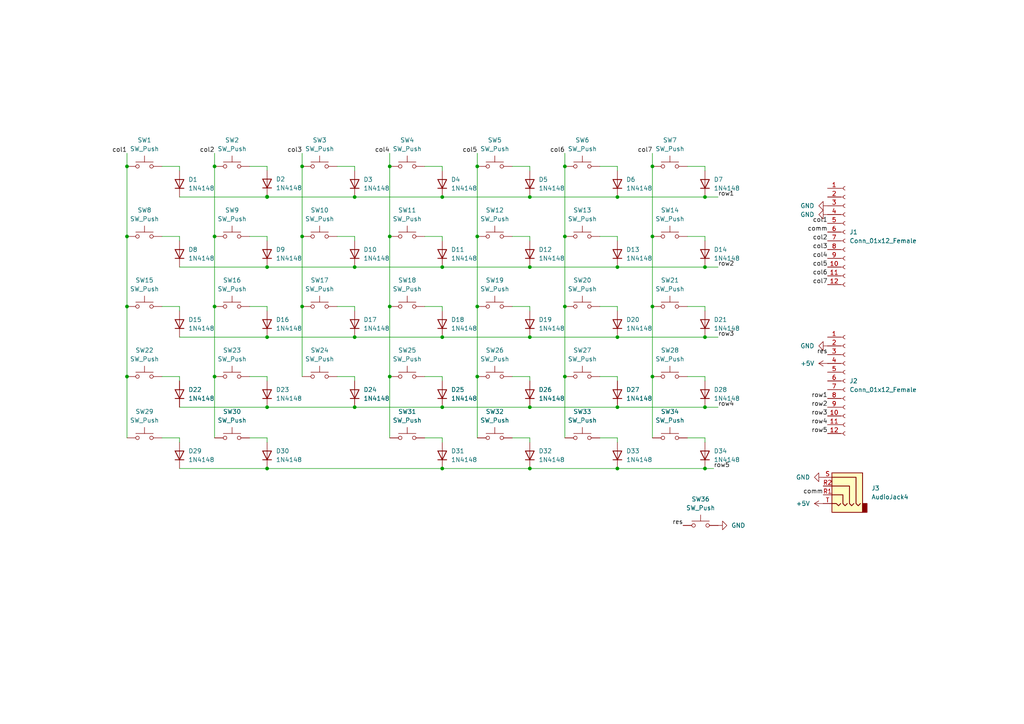
<source format=kicad_sch>
(kicad_sch (version 20211123) (generator eeschema)
  (paper "A4")
  (lib_symbols
    (symbol "Connector:AudioJack4"
      (property "Reference" "J" (at 0 8.89 0))
      (property "Value" "AudioJack4" (at 0 6.35 0))
      (symbol "AudioJack4_0_1"
        (rectangle (start -6.35 -5.08) (end -7.62 -7.62) (stroke (width 0.254)) (fill (type outline)))
        (polyline (pts (xy 0 -5.08) (xy 0.635 -5.715) (xy 1.27 -5.08) (xy 2.54 -5.08)) (stroke (width 0.254)))
        (polyline (pts (xy -5.715 -5.08) (xy -5.08 -5.715) (xy -4.445 -5.08) (xy -4.445 2.54) (xy 2.54 2.54)) (stroke (width 0.254)))
        (polyline (pts (xy -1.905 -5.08) (xy -1.27 -5.715) (xy -0.635 -5.08) (xy -0.635 -2.54) (xy 2.54 -2.54)) (stroke (width 0.254)))
        (polyline (pts (xy 2.54 0) (xy -2.54 0) (xy -2.54 -5.08) (xy -3.175 -5.715) (xy -3.81 -5.08)) (stroke (width 0.254)))
        (rectangle (start 2.54 3.81) (end -6.35 -7.62) (stroke (width 0.254)) (fill (type background)))
      )
      (symbol "AudioJack4_1_1"
        (pin passive line (at 5.08 -2.54 180) (length 2.54) (name "~") (number "R1"))
        (pin passive line (at 5.08 0 180) (length 2.54) (name "~") (number "R2"))
        (pin passive line (at 5.08 2.54 180) (length 2.54) (name "~") (number "S"))
        (pin passive line (at 5.08 -5.08 180) (length 2.54) (name "~") (number "T"))
      )
    )
    (symbol "Connector:Conn_01x12_Female" (pin_names (offset 1.016) hide)
      (property "Reference" "J" (at 0 15.24 0))
      (property "Value" "Conn_01x12_Female" (at 0 -17.78 0))
      (symbol "Conn_01x12_Female_1_1"
        (arc (start 0 -14.732) (mid -0.508 -15.24) (end 0 -15.748) (stroke (width 0.1524)))
        (arc (start 0 -12.192) (mid -0.508 -12.7) (end 0 -13.208) (stroke (width 0.1524)))
        (arc (start 0 -9.652) (mid -0.508 -10.16) (end 0 -10.668) (stroke (width 0.1524)))
        (arc (start 0 -7.112) (mid -0.508 -7.62) (end 0 -8.128) (stroke (width 0.1524)))
        (arc (start 0 -4.572) (mid -0.508 -5.08) (end 0 -5.588) (stroke (width 0.1524)))
        (arc (start 0 -2.032) (mid -0.508 -2.54) (end 0 -3.048) (stroke (width 0.1524)))
        (polyline (pts (xy -1.27 -15.24) (xy -0.508 -15.24)) (stroke (width 0.1524)))
        (polyline (pts (xy -1.27 -12.7) (xy -0.508 -12.7)) (stroke (width 0.1524)))
        (polyline (pts (xy -1.27 -10.16) (xy -0.508 -10.16)) (stroke (width 0.1524)))
        (polyline (pts (xy -1.27 -7.62) (xy -0.508 -7.62)) (stroke (width 0.1524)))
        (polyline (pts (xy -1.27 -5.08) (xy -0.508 -5.08)) (stroke (width 0.1524)))
        (polyline (pts (xy -1.27 -2.54) (xy -0.508 -2.54)) (stroke (width 0.1524)))
        (polyline (pts (xy -1.27 0) (xy -0.508 0)) (stroke (width 0.1524)))
        (polyline (pts (xy -1.27 2.54) (xy -0.508 2.54)) (stroke (width 0.1524)))
        (polyline (pts (xy -1.27 5.08) (xy -0.508 5.08)) (stroke (width 0.1524)))
        (polyline (pts (xy -1.27 7.62) (xy -0.508 7.62)) (stroke (width 0.1524)))
        (polyline (pts (xy -1.27 10.16) (xy -0.508 10.16)) (stroke (width 0.1524)))
        (polyline (pts (xy -1.27 12.7) (xy -0.508 12.7)) (stroke (width 0.1524)))
        (arc (start 0 0.508) (mid -0.508 0) (end 0 -0.508) (stroke (width 0.1524)))
        (arc (start 0 3.048) (mid -0.508 2.54) (end 0 2.032) (stroke (width 0.1524)))
        (arc (start 0 5.588) (mid -0.508 5.08) (end 0 4.572) (stroke (width 0.1524)))
        (arc (start 0 8.128) (mid -0.508 7.62) (end 0 7.112) (stroke (width 0.1524)))
        (arc (start 0 10.668) (mid -0.508 10.16) (end 0 9.652) (stroke (width 0.1524)))
        (arc (start 0 13.208) (mid -0.508 12.7) (end 0 12.192) (stroke (width 0.1524)))
        (pin passive line (at -5.08 12.7 0) (length 3.81) (name "Pin_1") (number "1"))
        (pin passive line (at -5.08 -10.16 0) (length 3.81) (name "Pin_10") (number "10"))
        (pin passive line (at -5.08 -12.7 0) (length 3.81) (name "Pin_11") (number "11"))
        (pin passive line (at -5.08 -15.24 0) (length 3.81) (name "Pin_12") (number "12"))
        (pin passive line (at -5.08 10.16 0) (length 3.81) (name "Pin_2") (number "2"))
        (pin passive line (at -5.08 7.62 0) (length 3.81) (name "Pin_3") (number "3"))
        (pin passive line (at -5.08 5.08 0) (length 3.81) (name "Pin_4") (number "4"))
        (pin passive line (at -5.08 2.54 0) (length 3.81) (name "Pin_5") (number "5"))
        (pin passive line (at -5.08 0 0) (length 3.81) (name "Pin_6") (number "6"))
        (pin passive line (at -5.08 -2.54 0) (length 3.81) (name "Pin_7") (number "7"))
        (pin passive line (at -5.08 -5.08 0) (length 3.81) (name "Pin_8") (number "8"))
        (pin passive line (at -5.08 -7.62 0) (length 3.81) (name "Pin_9") (number "9"))
      )
    )
    (symbol "Diode:1N4148" (pin_numbers hide) (pin_names (offset 1.016) hide)
      (property "Reference" "D" (at 0 2.54 0))
      (property "Value" "1N4148" (at 0 -2.54 0))
      (symbol "1N4148_0_1"
        (polyline (pts (xy -1.27 1.27) (xy -1.27 -1.27)) (stroke (width 0.254)))
        (polyline (pts (xy 1.27 0) (xy -1.27 0)))
        (polyline (pts (xy 1.27 1.27) (xy 1.27 -1.27) (xy -1.27 0) (xy 1.27 1.27)) (stroke (width 0.254)))
      )
      (symbol "1N4148_1_1"
        (pin passive line (at -3.81 0 0) (length 2.54) (name "K") (number "1"))
        (pin passive line (at 3.81 0 180) (length 2.54) (name "A") (number "2"))
      )
    )
    (symbol "Switch:SW_Push" (pin_numbers hide) (pin_names (offset 1.016) hide)
      (property "Reference" "SW" (at 1.27 2.54 0))
      (property "Value" "SW_Push" (at 0 -1.524 0))
      (symbol "SW_Push_0_1"
        (circle (center -2.032 0) (radius 0.508))
        (polyline (pts (xy 0 1.27) (xy 0 3.048)))
        (polyline (pts (xy 2.54 1.27) (xy -2.54 1.27)))
        (circle (center 2.032 0) (radius 0.508))
        (pin passive line (at -5.08 0 0) (length 2.54) (name "1") (number "1"))
        (pin passive line (at 5.08 0 180) (length 2.54) (name "2") (number "2"))
      )
    )
    (symbol "power:+5V" (power) (pin_names (offset 0))
      (property "Value" "+5V" (at 0 3.556 0))
      (symbol "+5V_0_1"
        (polyline (pts (xy -0.762 1.27) (xy 0 2.54)))
        (polyline (pts (xy 0 0) (xy 0 2.54)))
        (polyline (pts (xy 0 2.54) (xy 0.762 1.27)))
      )
      (symbol "+5V_1_1"
        (pin power_in line (at 0 0 90) (length 0) hide (name "+5V") (number "1"))
      )
    )
    (symbol "power:GND" (power) (pin_names (offset 0))
      (property "Value" "GND" (at 0 -3.81 0))
      (symbol "GND_0_1"
        (polyline (pts (xy 0 0) (xy 0 -1.27) (xy 1.27 -1.27) (xy 0 -2.54) (xy -1.27 -1.27) (xy 0 -1.27)))
      )
      (symbol "GND_1_1"
        (pin power_in line (at 0 0 270) (length 0) hide (name "GND") (number "1"))
      )
    )
  )
  (junction (at 113.03 48.26))
  (junction (at 179.07 97.79))
  (junction (at 62.23 48.26))
  (junction (at 62.23 88.9))
  (junction (at 102.87 57.15))
  (junction (at 179.07 135.89))
  (junction (at 204.47 135.89))
  (junction (at 36.83 48.26))
  (junction (at 128.27 97.79))
  (junction (at 77.47 77.47))
  (junction (at 77.47 97.79))
  (junction (at 128.27 77.47))
  (junction (at 128.27 118.11))
  (junction (at 36.83 109.22))
  (junction (at 87.63 48.26))
  (junction (at 102.87 77.47))
  (junction (at 179.07 57.15))
  (junction (at 102.87 118.11))
  (junction (at 204.47 118.11))
  (junction (at 153.67 97.79))
  (junction (at 153.67 118.11))
  (junction (at 189.23 68.58))
  (junction (at 128.27 135.89))
  (junction (at 77.47 57.0388))
  (junction (at 153.67 57.15))
  (junction (at 163.83 88.9))
  (junction (at 179.07 118.11))
  (junction (at 77.47 135.89))
  (junction (at 204.47 57.15))
  (junction (at 62.23 109.22))
  (junction (at 128.27 57.15))
  (junction (at 153.67 135.89))
  (junction (at 36.83 88.9))
  (junction (at 163.83 68.58))
  (junction (at 163.83 48.26))
  (junction (at 179.07 77.47))
  (junction (at 204.47 97.79))
  (junction (at 153.67 77.47))
  (junction (at 163.83 109.22))
  (junction (at 138.43 68.58))
  (junction (at 77.47 118.11))
  (junction (at 87.63 88.9))
  (junction (at 62.23 68.58))
  (junction (at 138.43 88.9))
  (junction (at 204.47 77.47))
  (junction (at 113.03 68.58))
  (junction (at 102.87 97.79))
  (junction (at 189.23 109.22))
  (junction (at 77.47 57.15))
  (junction (at 113.03 109.22))
  (junction (at 138.43 48.26))
  (junction (at 138.43 109.22))
  (junction (at 87.63 68.58))
  (junction (at 189.23 88.9))
  (junction (at 113.03 88.9))
  (junction (at 189.23 48.26))
  (junction (at 36.83 68.58))
  (wire (pts (xy 179.07 109.22) (xy 179.07 110.49)))
  (wire (pts (xy 52.07 57.15) (xy 77.47 57.15)))
  (wire (pts (xy 179.07 118.11) (xy 204.47 118.11)))
  (wire (pts (xy 77.47 57.0388) (xy 77.47 57.15)))
  (wire (pts (xy 179.07 127) (xy 179.07 128.27)))
  (wire (pts (xy 179.07 68.58) (xy 179.07 69.85)))
  (wire (pts (xy 153.67 109.22) (xy 153.67 110.49)))
  (wire (pts (xy 97.79 68.58) (xy 102.87 68.58)))
  (wire (pts (xy 179.07 77.47) (xy 204.47 77.47)))
  (wire (pts (xy 204.47 57.15) (xy 208.28 57.15)))
  (wire (pts (xy 87.63 88.9) (xy 87.63 109.22)))
  (wire (pts (xy 113.03 109.22) (xy 113.03 127)))
  (wire (pts (xy 77.47 48.26) (xy 77.47 49.4188)))
  (wire (pts (xy 204.47 109.22) (xy 204.47 110.49)))
  (wire (pts (xy 102.87 109.22) (xy 102.87 110.49)))
  (wire (pts (xy 52.07 135.89) (xy 77.47 135.89)))
  (wire (pts (xy 87.63 48.26) (xy 87.63 68.58)))
  (wire (pts (xy 52.07 48.26) (xy 52.07 49.53)))
  (wire (pts (xy 199.39 88.9) (xy 204.47 88.9)))
  (wire (pts (xy 163.83 88.9) (xy 163.83 109.22)))
  (wire (pts (xy 123.19 48.26) (xy 128.27 48.26)))
  (wire (pts (xy 72.39 88.9) (xy 77.47 88.9)))
  (wire (pts (xy 128.27 135.89) (xy 153.67 135.89)))
  (wire (pts (xy 62.23 109.22) (xy 62.23 127)))
  (wire (pts (xy 102.87 48.26) (xy 102.87 49.53)))
  (wire (pts (xy 36.83 88.9) (xy 36.83 109.22)))
  (wire (pts (xy 138.43 68.58) (xy 138.43 88.9)))
  (wire (pts (xy 148.59 88.9) (xy 153.67 88.9)))
  (wire (pts (xy 189.23 88.9) (xy 189.23 109.22)))
  (wire (pts (xy 123.19 127) (xy 128.27 127)))
  (wire (pts (xy 52.07 127) (xy 52.07 128.27)))
  (wire (pts (xy 153.67 127) (xy 153.67 128.27)))
  (wire (pts (xy 204.47 48.26) (xy 204.47 49.53)))
  (wire (pts (xy 36.83 109.22) (xy 36.83 127)))
  (wire (pts (xy 102.87 77.47) (xy 128.27 77.47)))
  (wire (pts (xy 123.19 88.9) (xy 128.27 88.9)))
  (wire (pts (xy 87.63 44.45) (xy 87.63 48.26)))
  (wire (pts (xy 189.23 68.58) (xy 189.23 88.9)))
  (wire (pts (xy 148.59 109.22) (xy 153.67 109.22)))
  (wire (pts (xy 102.87 97.79) (xy 128.27 97.79)))
  (wire (pts (xy 148.59 127) (xy 153.67 127)))
  (wire (pts (xy 52.07 118.11) (xy 77.47 118.11)))
  (wire (pts (xy 113.03 88.9) (xy 113.03 109.22)))
  (wire (pts (xy 153.67 135.89) (xy 179.07 135.89)))
  (wire (pts (xy 204.47 135.89) (xy 207.01 135.89)))
  (wire (pts (xy 72.39 68.58) (xy 77.47 68.58)))
  (wire (pts (xy 62.23 88.9) (xy 62.23 109.22)))
  (wire (pts (xy 179.07 48.26) (xy 179.07 49.53)))
  (wire (pts (xy 52.07 97.79) (xy 77.47 97.79)))
  (wire (pts (xy 138.43 44.45) (xy 138.43 48.26)))
  (wire (pts (xy 148.59 48.26) (xy 153.67 48.26)))
  (wire (pts (xy 153.67 68.58) (xy 153.67 69.85)))
  (wire (pts (xy 204.47 88.9) (xy 204.47 90.17)))
  (wire (pts (xy 153.67 88.9) (xy 153.67 90.17)))
  (wire (pts (xy 153.67 77.47) (xy 179.07 77.47)))
  (wire (pts (xy 179.07 135.89) (xy 204.47 135.89)))
  (wire (pts (xy 113.03 48.26) (xy 113.03 68.58)))
  (wire (pts (xy 138.43 48.26) (xy 138.43 68.58)))
  (wire (pts (xy 153.67 48.26) (xy 153.67 49.53)))
  (wire (pts (xy 87.63 68.58) (xy 87.63 88.9)))
  (wire (pts (xy 52.07 109.22) (xy 52.07 110.49)))
  (wire (pts (xy 179.07 57.15) (xy 204.47 57.15)))
  (wire (pts (xy 52.07 88.9) (xy 52.07 90.17)))
  (wire (pts (xy 77.47 127) (xy 77.47 128.27)))
  (wire (pts (xy 62.23 44.45) (xy 62.23 48.26)))
  (wire (pts (xy 62.23 48.26) (xy 62.23 68.58)))
  (wire (pts (xy 102.87 118.11) (xy 128.27 118.11)))
  (wire (pts (xy 199.39 127) (xy 204.47 127)))
  (wire (pts (xy 52.07 77.47) (xy 77.47 77.47)))
  (wire (pts (xy 153.67 57.15) (xy 179.07 57.15)))
  (wire (pts (xy 128.27 97.79) (xy 153.67 97.79)))
  (wire (pts (xy 46.99 109.22) (xy 52.07 109.22)))
  (wire (pts (xy 128.27 68.58) (xy 128.27 69.85)))
  (wire (pts (xy 204.47 68.58) (xy 204.47 69.85)))
  (wire (pts (xy 72.39 127) (xy 77.47 127)))
  (wire (pts (xy 173.99 127) (xy 179.07 127)))
  (wire (pts (xy 77.47 88.9) (xy 77.47 90.17)))
  (wire (pts (xy 204.47 127) (xy 204.47 128.27)))
  (wire (pts (xy 153.67 118.11) (xy 179.07 118.11)))
  (wire (pts (xy 199.39 48.26) (xy 204.47 48.26)))
  (wire (pts (xy 204.47 97.79) (xy 208.28 97.79)))
  (wire (pts (xy 163.83 68.58) (xy 163.83 88.9)))
  (wire (pts (xy 173.99 48.26) (xy 179.07 48.26)))
  (wire (pts (xy 199.39 109.22) (xy 204.47 109.22)))
  (wire (pts (xy 123.19 109.22) (xy 128.27 109.22)))
  (wire (pts (xy 163.83 44.45) (xy 163.83 48.26)))
  (wire (pts (xy 77.47 77.47) (xy 102.87 77.47)))
  (wire (pts (xy 77.47 135.89) (xy 128.27 135.89)))
  (wire (pts (xy 179.07 88.9) (xy 179.07 90.17)))
  (wire (pts (xy 173.99 109.22) (xy 179.07 109.22)))
  (wire (pts (xy 72.39 109.22) (xy 77.47 109.22)))
  (wire (pts (xy 36.83 48.26) (xy 36.83 68.58)))
  (wire (pts (xy 46.99 127) (xy 52.07 127)))
  (wire (pts (xy 77.47 57.15) (xy 102.87 57.15)))
  (wire (pts (xy 77.47 109.22) (xy 77.47 110.49)))
  (wire (pts (xy 163.83 109.22) (xy 163.83 127)))
  (wire (pts (xy 72.39 48.26) (xy 77.47 48.26)))
  (wire (pts (xy 138.43 109.22) (xy 138.43 127)))
  (wire (pts (xy 77.47 118.11) (xy 102.87 118.11)))
  (wire (pts (xy 128.27 118.11) (xy 153.67 118.11)))
  (wire (pts (xy 153.67 97.79) (xy 179.07 97.79)))
  (wire (pts (xy 148.59 68.58) (xy 153.67 68.58)))
  (wire (pts (xy 46.99 88.9) (xy 52.07 88.9)))
  (wire (pts (xy 199.39 68.58) (xy 204.47 68.58)))
  (wire (pts (xy 102.87 57.15) (xy 128.27 57.15)))
  (wire (pts (xy 102.87 68.58) (xy 102.87 69.85)))
  (wire (pts (xy 77.47 68.58) (xy 77.47 69.85)))
  (wire (pts (xy 123.19 68.58) (xy 128.27 68.58)))
  (wire (pts (xy 128.27 109.22) (xy 128.27 110.49)))
  (wire (pts (xy 128.27 127) (xy 128.27 128.27)))
  (wire (pts (xy 128.27 57.15) (xy 153.67 57.15)))
  (wire (pts (xy 204.47 77.47) (xy 208.28 77.47)))
  (wire (pts (xy 189.23 44.45) (xy 189.23 48.26)))
  (wire (pts (xy 179.07 97.79) (xy 204.47 97.79)))
  (wire (pts (xy 97.79 48.26) (xy 102.87 48.26)))
  (wire (pts (xy 36.83 68.58) (xy 36.83 88.9)))
  (wire (pts (xy 52.07 68.58) (xy 52.07 69.85)))
  (wire (pts (xy 46.99 48.26) (xy 52.07 48.26)))
  (wire (pts (xy 204.47 118.11) (xy 208.28 118.11)))
  (wire (pts (xy 138.43 88.9) (xy 138.43 109.22)))
  (wire (pts (xy 46.99 68.58) (xy 52.07 68.58)))
  (wire (pts (xy 113.03 44.45) (xy 113.03 48.26)))
  (wire (pts (xy 128.27 88.9) (xy 128.27 90.17)))
  (wire (pts (xy 173.99 68.58) (xy 179.07 68.58)))
  (wire (pts (xy 128.27 48.26) (xy 128.27 49.53)))
  (wire (pts (xy 97.79 109.22) (xy 102.87 109.22)))
  (wire (pts (xy 113.03 68.58) (xy 113.03 88.9)))
  (wire (pts (xy 163.83 48.26) (xy 163.83 68.58)))
  (wire (pts (xy 189.23 109.22) (xy 189.23 127)))
  (wire (pts (xy 173.99 88.9) (xy 179.07 88.9)))
  (wire (pts (xy 128.27 77.47) (xy 153.67 77.47)))
  (wire (pts (xy 102.87 88.9) (xy 102.87 90.17)))
  (wire (pts (xy 189.23 48.26) (xy 189.23 68.58)))
  (wire (pts (xy 97.79 88.9) (xy 102.87 88.9)))
  (wire (pts (xy 36.83 44.45) (xy 36.83 48.26)))
  (wire (pts (xy 62.23 68.58) (xy 62.23 88.9)))
  (wire (pts (xy 77.47 97.79) (xy 102.87 97.79)))
  (label "row3" (at 240.03 120.65 180))
  (label "row1" (at 240.03 115.57 180))
  (label "row5" (at 240.03 125.73 180))
  (label "col5" (at 138.43 44.45 180))
  (label "res" (at 198.12 152.4 180))
  (label "col7" (at 189.23 44.45 180))
  (label "col1" (at 36.83 44.45 180))
  (label "col6" (at 240.03 80.01 180))
  (label "col6" (at 163.83 44.45 180))
  (label "comm" (at 238.76 143.51 180))
  (label "row2" (at 240.03 118.11 180))
  (label "col3" (at 87.63 44.45 180))
  (label "col2" (at 62.23 44.45 180))
  (label "col7" (at 240.03 82.55 180))
  (label "col4" (at 240.03 74.93 180))
  (label "col5" (at 240.03 77.47 180))
  (label "col3" (at 240.03 72.39 180))
  (label "row1" (at 208.28 57.15 0))
  (label "row5" (at 207.01 135.89 0))
  (label "row3" (at 208.28 97.79 0))
  (label "row4" (at 208.28 118.11 0))
  (label "row2" (at 208.28 77.47 0))
  (label "res" (at 240.03 102.87 180))
  (label "col4" (at 113.03 44.45 180))
  (label "col2" (at 240.03 69.85 180))
  (label "col1" (at 240.03 64.77 180))
  (label "row4" (at 240.03 123.19 180))
  (label "comm" (at 240.03 67.31 180))
  (symbol (lib_id "Diode:1N4148") (at 102.87 93.98 90) (unit 1)
    (property "Reference" "D17" (at 105.41 92.7099 90) (effects (justify right)))
    (property "Value" "1N4148" (at 105.41 95.2499 90) (effects (justify right)))
    (property "Footprint" "Diode_SMD:D_SOD-123" (effects hide))
    (property "Datasheet" "https://assets.nexperia.com/documents/data-sheet/1N4148_1N4448.pdf" (effects hide))
  )
  (symbol (lib_id "Switch:SW_Push") (at 92.71 48.26 0) (unit 1)
    (property "Reference" "SW3" (at 92.71 40.64 0))
    (property "Value" "SW_Push" (at 92.71 43.18 0))
    (property "Footprint" "Button_Switch_Keyboard:SW_Cherry_MX_1.00u_Plate" (effects hide))
  )
  (symbol (lib_id "Diode:1N4148") (at 52.07 114.3 90) (unit 1)
    (property "Reference" "D22" (at 54.61 113.0299 90) (effects (justify right)))
    (property "Value" "1N4148" (at 54.61 115.5699 90) (effects (justify right)))
    (property "Footprint" "Diode_SMD:D_SOD-123" (effects hide))
    (property "Datasheet" "https://assets.nexperia.com/documents/data-sheet/1N4148_1N4448.pdf" (effects hide))
  )
  (symbol (lib_id "Switch:SW_Push") (at 92.71 68.58 0) (unit 1)
    (property "Reference" "SW10" (at 92.71 60.96 0))
    (property "Value" "SW_Push" (at 92.71 63.5 0))
    (property "Footprint" "Button_Switch_Keyboard:SW_Cherry_MX_1.00u_Plate" (effects hide))
  )
  (symbol (lib_id "Diode:1N4148") (at 77.47 132.08 90) (unit 1)
    (property "Reference" "D30" (at 80.01 130.8099 90) (effects (justify right)))
    (property "Value" "1N4148" (at 80.01 133.35 90) (effects (justify right)))
    (property "Footprint" "Diode_SMD:D_SOD-123" (effects hide))
    (property "Datasheet" "https://assets.nexperia.com/documents/data-sheet/1N4148_1N4448.pdf" (effects hide))
  )
  (symbol (lib_id "Diode:1N4148") (at 204.47 93.98 90) (unit 1)
    (property "Reference" "D21" (at 207.01 92.7099 90) (effects (justify right)))
    (property "Value" "1N4148" (at 207.01 95.2499 90) (effects (justify right)))
    (property "Footprint" "Diode_SMD:D_SOD-123" (effects hide))
    (property "Datasheet" "https://assets.nexperia.com/documents/data-sheet/1N4148_1N4448.pdf" (effects hide))
  )
  (symbol (lib_id "Connector:AudioJack4") (at 243.84 140.97 0) (mirror y) (unit 1)
    (property "Reference" "J3" (at 252.73 141.6049 0) (effects (justify right)))
    (property "Value" "AudioJack4" (at 252.73 144.1449 0) (effects (justify right)))
    (property "Footprint" "Connector_Audio:Jack_3.5mm_PJ320E_Horizontal" (effects hide))
  )
  (symbol (lib_id "power:+5V") (at 238.76 146.05 90) (unit 1)
    (property "Reference" "#PWR0102" (effects hide))
    (property "Value" "+5V" (at 234.95 146.0499 90) (effects (justify left)))
  )
  (symbol (lib_id "Switch:SW_Push") (at 143.51 48.26 0) (unit 1)
    (property "Reference" "SW5" (at 143.51 40.64 0))
    (property "Value" "SW_Push" (at 143.51 43.18 0))
    (property "Footprint" "Button_Switch_Keyboard:SW_Cherry_MX_1.00u_Plate" (effects hide))
  )
  (symbol (lib_id "Switch:SW_Push") (at 118.11 68.58 0) (unit 1)
    (property "Reference" "SW11" (at 118.11 60.96 0))
    (property "Value" "SW_Push" (at 118.11 63.5 0))
    (property "Footprint" "Button_Switch_Keyboard:SW_Cherry_MX_1.00u_Plate" (effects hide))
  )
  (symbol (lib_id "Diode:1N4148") (at 77.47 53.2288 90) (unit 1)
    (property "Reference" "D2" (at 80.01 51.9587 90) (effects (justify right)))
    (property "Value" "1N4148" (at 80.01 54.4987 90) (effects (justify right)))
    (property "Footprint" "Diode_SMD:D_SOD-123" (effects hide))
    (property "Datasheet" "https://assets.nexperia.com/documents/data-sheet/1N4148_1N4448.pdf" (effects hide))
  )
  (symbol (lib_id "Switch:SW_Push") (at 67.31 127 0) (unit 1)
    (property "Reference" "SW30" (at 67.31 119.38 0))
    (property "Value" "SW_Push" (at 67.31 121.92 0))
    (property "Footprint" "Button_Switch_Keyboard:SW_Cherry_MX_1.00u_Plate" (effects hide))
  )
  (symbol (lib_id "power:GND") (at 238.76 138.43 270) (unit 1)
    (property "Reference" "#PWR0103" (effects hide))
    (property "Value" "GND" (at 234.95 138.4299 90) (effects (justify right)))
  )
  (symbol (lib_id "Diode:1N4148") (at 52.07 93.98 90) (unit 1)
    (property "Reference" "D15" (at 54.61 92.7099 90) (effects (justify right)))
    (property "Value" "1N4148" (at 54.61 95.2499 90) (effects (justify right)))
    (property "Footprint" "Diode_SMD:D_SOD-123" (effects hide))
    (property "Datasheet" "https://assets.nexperia.com/documents/data-sheet/1N4148_1N4448.pdf" (effects hide))
  )
  (symbol (lib_id "Diode:1N4148") (at 77.47 73.66 90) (unit 1)
    (property "Reference" "D9" (at 80.01 72.3899 90) (effects (justify right)))
    (property "Value" "1N4148" (at 80.01 74.9299 90) (effects (justify right)))
    (property "Footprint" "Diode_SMD:D_SOD-123" (effects hide))
    (property "Datasheet" "https://assets.nexperia.com/documents/data-sheet/1N4148_1N4448.pdf" (effects hide))
  )
  (symbol (lib_id "Switch:SW_Push") (at 67.31 68.58 0) (unit 1)
    (property "Reference" "SW9" (at 67.31 60.96 0))
    (property "Value" "SW_Push" (at 67.31 63.5 0))
    (property "Footprint" "Button_Switch_Keyboard:SW_Cherry_MX_1.00u_Plate" (effects hide))
  )
  (symbol (lib_id "Switch:SW_Push") (at 118.11 48.26 0) (unit 1)
    (property "Reference" "SW4" (at 118.11 40.64 0))
    (property "Value" "SW_Push" (at 118.11 43.18 0))
    (property "Footprint" "Button_Switch_Keyboard:SW_Cherry_MX_1.00u_Plate" (effects hide))
  )
  (symbol (lib_id "Connector:Conn_01x12_Female") (at 245.11 67.31 0) (unit 1)
    (property "Reference" "J1" (at 246.38 67.3099 0) (effects (justify left)))
    (property "Value" "Conn_01x12_Female" (at 246.38 69.8499 0) (effects (justify left)))
    (property "Footprint" "Connector_PinHeader_2.54mm:PinHeader_1x12_P2.54mm_Vertical" (effects hide))
  )
  (symbol (lib_id "Switch:SW_Push") (at 41.91 88.9 0) (unit 1)
    (property "Reference" "SW15" (at 41.91 81.28 0))
    (property "Value" "SW_Push" (at 41.91 83.82 0))
    (property "Footprint" "Button_Switch_Keyboard:SW_Cherry_MX_1.00u_Plate" (effects hide))
  )
  (symbol (lib_id "Diode:1N4148") (at 153.67 132.08 90) (unit 1)
    (property "Reference" "D32" (at 156.21 130.8099 90) (effects (justify right)))
    (property "Value" "1N4148" (at 156.21 133.3499 90) (effects (justify right)))
    (property "Footprint" "Diode_SMD:D_SOD-123" (effects hide))
    (property "Datasheet" "https://assets.nexperia.com/documents/data-sheet/1N4148_1N4448.pdf" (effects hide))
  )
  (symbol (lib_id "Switch:SW_Push") (at 118.11 88.9 0) (unit 1)
    (property "Reference" "SW18" (at 118.11 81.28 0))
    (property "Value" "SW_Push" (at 118.11 83.82 0))
    (property "Footprint" "Button_Switch_Keyboard:SW_Cherry_MX_1.00u_Plate" (effects hide))
  )
  (symbol (lib_id "Diode:1N4148") (at 179.07 53.34 90) (unit 1)
    (property "Reference" "D6" (at 181.61 52.0699 90) (effects (justify right)))
    (property "Value" "1N4148" (at 181.61 54.6099 90) (effects (justify right)))
    (property "Footprint" "Diode_SMD:D_SOD-123" (effects hide))
    (property "Datasheet" "https://assets.nexperia.com/documents/data-sheet/1N4148_1N4448.pdf" (effects hide))
  )
  (symbol (lib_id "Diode:1N4148") (at 179.07 132.08 90) (unit 1)
    (property "Reference" "D33" (at 181.61 130.8099 90) (effects (justify right)))
    (property "Value" "1N4148" (at 181.61 133.3499 90) (effects (justify right)))
    (property "Footprint" "Diode_SMD:D_SOD-123" (effects hide))
    (property "Datasheet" "https://assets.nexperia.com/documents/data-sheet/1N4148_1N4448.pdf" (effects hide))
  )
  (symbol (lib_id "Diode:1N4148") (at 77.47 114.3 90) (unit 1)
    (property "Reference" "D23" (at 80.01 113.0299 90) (effects (justify right)))
    (property "Value" "1N4148" (at 80.01 115.5699 90) (effects (justify right)))
    (property "Footprint" "Diode_SMD:D_SOD-123" (effects hide))
    (property "Datasheet" "https://assets.nexperia.com/documents/data-sheet/1N4148_1N4448.pdf" (effects hide))
  )
  (symbol (lib_id "Switch:SW_Push") (at 67.31 48.26 0) (unit 1)
    (property "Reference" "SW2" (at 67.31 40.64 0))
    (property "Value" "SW_Push" (at 67.31 43.18 0))
    (property "Footprint" "Button_Switch_Keyboard:SW_Cherry_MX_1.00u_Plate" (effects hide))
  )
  (symbol (lib_id "Switch:SW_Push") (at 168.91 109.22 0) (unit 1)
    (property "Reference" "SW27" (at 168.91 101.6 0))
    (property "Value" "SW_Push" (at 168.91 104.14 0))
    (property "Footprint" "Button_Switch_Keyboard:SW_Cherry_MX_1.00u_Plate" (effects hide))
  )
  (symbol (lib_id "Diode:1N4148") (at 179.07 114.3 90) (unit 1)
    (property "Reference" "D27" (at 181.61 113.0299 90) (effects (justify right)))
    (property "Value" "1N4148" (at 181.61 115.5699 90) (effects (justify right)))
    (property "Footprint" "Diode_SMD:D_SOD-123" (effects hide))
    (property "Datasheet" "https://assets.nexperia.com/documents/data-sheet/1N4148_1N4448.pdf" (effects hide))
  )
  (symbol (lib_id "Switch:SW_Push") (at 194.31 127 0) (unit 1)
    (property "Reference" "SW34" (at 194.31 119.38 0))
    (property "Value" "SW_Push" (at 194.31 121.92 0))
    (property "Footprint" "Button_Switch_Keyboard:SW_Cherry_MX_1.00u_Plate" (effects hide))
  )
  (symbol (lib_id "Diode:1N4148") (at 153.67 73.66 90) (unit 1)
    (property "Reference" "D12" (at 156.21 72.3899 90) (effects (justify right)))
    (property "Value" "1N4148" (at 156.21 74.9299 90) (effects (justify right)))
    (property "Footprint" "Diode_SMD:D_SOD-123" (effects hide))
    (property "Datasheet" "https://assets.nexperia.com/documents/data-sheet/1N4148_1N4448.pdf" (effects hide))
  )
  (symbol (lib_id "Diode:1N4148") (at 52.07 53.34 90) (unit 1)
    (property "Reference" "D1" (at 54.61 52.0699 90) (effects (justify right)))
    (property "Value" "1N4148" (at 54.61 54.6099 90) (effects (justify right)))
    (property "Footprint" "Diode_SMD:D_SOD-123" (effects hide))
    (property "Datasheet" "https://assets.nexperia.com/documents/data-sheet/1N4148_1N4448.pdf" (effects hide))
  )
  (symbol (lib_id "Diode:1N4148") (at 179.07 93.98 90) (unit 1)
    (property "Reference" "D20" (at 181.61 92.7099 90) (effects (justify right)))
    (property "Value" "1N4148" (at 181.61 95.2499 90) (effects (justify right)))
    (property "Footprint" "Diode_SMD:D_SOD-123" (effects hide))
    (property "Datasheet" "https://assets.nexperia.com/documents/data-sheet/1N4148_1N4448.pdf" (effects hide))
  )
  (symbol (lib_id "Diode:1N4148") (at 102.87 73.66 90) (unit 1)
    (property "Reference" "D10" (at 105.41 72.3899 90) (effects (justify right)))
    (property "Value" "1N4148" (at 105.41 74.9299 90) (effects (justify right)))
    (property "Footprint" "Diode_SMD:D_SOD-123" (effects hide))
    (property "Datasheet" "https://assets.nexperia.com/documents/data-sheet/1N4148_1N4448.pdf" (effects hide))
  )
  (symbol (lib_id "Switch:SW_Push") (at 92.71 109.22 0) (unit 1)
    (property "Reference" "SW24" (at 92.71 101.6 0))
    (property "Value" "SW_Push" (at 92.71 104.14 0))
    (property "Footprint" "Button_Switch_Keyboard:SW_Cherry_MX_1.00u_Plate" (effects hide))
  )
  (symbol (lib_id "power:+5V") (at 240.03 105.41 90) (unit 1)
    (property "Reference" "#PWR0104" (effects hide))
    (property "Value" "+5V" (at 236.22 105.4099 90) (effects (justify left)))
  )
  (symbol (lib_id "Switch:SW_Push") (at 168.91 88.9 0) (unit 1)
    (property "Reference" "SW20" (at 168.91 81.28 0))
    (property "Value" "SW_Push" (at 168.91 83.82 0))
    (property "Footprint" "Button_Switch_Keyboard:SW_Cherry_MX_1.00u_Plate" (effects hide))
  )
  (symbol (lib_id "Switch:SW_Push") (at 143.51 109.22 0) (unit 1)
    (property "Reference" "SW26" (at 143.51 101.6 0))
    (property "Value" "SW_Push" (at 143.51 104.14 0))
    (property "Footprint" "Button_Switch_Keyboard:SW_Cherry_MX_1.00u_Plate" (effects hide))
  )
  (symbol (lib_id "Switch:SW_Push") (at 67.31 109.22 0) (unit 1)
    (property "Reference" "SW23" (at 67.31 101.6 0))
    (property "Value" "SW_Push" (at 67.31 104.14 0))
    (property "Footprint" "Button_Switch_Keyboard:SW_Cherry_MX_1.00u_Plate" (effects hide))
  )
  (symbol (lib_id "Diode:1N4148") (at 179.07 73.66 90) (unit 1)
    (property "Reference" "D13" (at 181.61 72.3899 90) (effects (justify right)))
    (property "Value" "1N4148" (at 181.61 74.9299 90) (effects (justify right)))
    (property "Footprint" "Diode_SMD:D_SOD-123" (effects hide))
    (property "Datasheet" "https://assets.nexperia.com/documents/data-sheet/1N4148_1N4448.pdf" (effects hide))
  )
  (symbol (lib_id "Diode:1N4148") (at 153.67 93.98 90) (unit 1)
    (property "Reference" "D19" (at 156.21 92.7099 90) (effects (justify right)))
    (property "Value" "1N4148" (at 156.21 95.2499 90) (effects (justify right)))
    (property "Footprint" "Diode_SMD:D_SOD-123" (effects hide))
    (property "Datasheet" "https://assets.nexperia.com/documents/data-sheet/1N4148_1N4448.pdf" (effects hide))
  )
  (symbol (lib_id "Switch:SW_Push") (at 168.91 68.58 0) (unit 1)
    (property "Reference" "SW13" (at 168.91 60.96 0))
    (property "Value" "SW_Push" (at 168.91 63.5 0))
    (property "Footprint" "Button_Switch_Keyboard:SW_Cherry_MX_1.00u_Plate" (effects hide))
  )
  (symbol (lib_id "Diode:1N4148") (at 128.27 53.34 90) (unit 1)
    (property "Reference" "D4" (at 130.81 52.0699 90) (effects (justify right)))
    (property "Value" "1N4148" (at 130.81 54.6099 90) (effects (justify right)))
    (property "Footprint" "Diode_SMD:D_SOD-123" (effects hide))
    (property "Datasheet" "https://assets.nexperia.com/documents/data-sheet/1N4148_1N4448.pdf" (effects hide))
  )
  (symbol (lib_id "Switch:SW_Push") (at 143.51 88.9 0) (unit 1)
    (property "Reference" "SW19" (at 143.51 81.28 0))
    (property "Value" "SW_Push" (at 143.51 83.82 0))
    (property "Footprint" "Button_Switch_Keyboard:SW_Cherry_MX_1.00u_Plate" (effects hide))
  )
  (symbol (lib_id "Diode:1N4148") (at 153.67 53.34 90) (unit 1)
    (property "Reference" "D5" (at 156.21 52.0699 90) (effects (justify right)))
    (property "Value" "1N4148" (at 156.21 54.6099 90) (effects (justify right)))
    (property "Footprint" "Diode_SMD:D_SOD-123" (effects hide))
    (property "Datasheet" "https://assets.nexperia.com/documents/data-sheet/1N4148_1N4448.pdf" (effects hide))
  )
  (symbol (lib_id "Switch:SW_Push") (at 194.31 88.9 0) (unit 1)
    (property "Reference" "SW21" (at 194.31 81.28 0))
    (property "Value" "SW_Push" (at 194.31 83.82 0))
    (property "Footprint" "Button_Switch_Keyboard:SW_Cherry_MX_1.00u_Plate" (effects hide))
  )
  (symbol (lib_id "Diode:1N4148") (at 204.47 73.66 90) (unit 1)
    (property "Reference" "D14" (at 207.01 72.3899 90) (effects (justify right)))
    (property "Value" "1N4148" (at 207.01 74.9299 90) (effects (justify right)))
    (property "Footprint" "Diode_SMD:D_SOD-123" (effects hide))
    (property "Datasheet" "https://assets.nexperia.com/documents/data-sheet/1N4148_1N4448.pdf" (effects hide))
  )
  (symbol (lib_id "power:GND") (at 240.03 62.23 270) (unit 1)
    (property "Reference" "#PWR0107" (effects hide))
    (property "Value" "GND" (at 236.22 62.2299 90) (effects (justify right)))
  )
  (symbol (lib_id "Diode:1N4148") (at 128.27 132.08 90) (unit 1)
    (property "Reference" "D31" (at 130.81 130.8099 90) (effects (justify right)))
    (property "Value" "1N4148" (at 130.81 133.3499 90) (effects (justify right)))
    (property "Footprint" "Diode_SMD:D_SOD-123" (effects hide))
    (property "Datasheet" "https://assets.nexperia.com/documents/data-sheet/1N4148_1N4448.pdf" (effects hide))
  )
  (symbol (lib_id "Switch:SW_Push") (at 168.91 48.26 0) (unit 1)
    (property "Reference" "SW6" (at 168.91 40.64 0))
    (property "Value" "SW_Push" (at 168.91 43.18 0))
    (property "Footprint" "Button_Switch_Keyboard:SW_Cherry_MX_1.00u_Plate" (effects hide))
  )
  (symbol (lib_id "Connector:Conn_01x12_Female") (at 245.11 110.49 0) (unit 1)
    (property "Reference" "J2" (at 246.38 110.4899 0) (effects (justify left)))
    (property "Value" "Conn_01x12_Female" (at 246.38 113.0299 0) (effects (justify left)))
    (property "Footprint" "Connector_PinHeader_2.54mm:PinHeader_1x12_P2.54mm_Vertical" (effects hide))
  )
  (symbol (lib_id "Switch:SW_Push") (at 194.31 48.26 0) (unit 1)
    (property "Reference" "SW7" (at 194.31 40.64 0))
    (property "Value" "SW_Push" (at 194.31 43.18 0))
    (property "Footprint" "Button_Switch_Keyboard:SW_Cherry_MX_1.00u_Plate" (effects hide))
  )
  (symbol (lib_id "Diode:1N4148") (at 204.47 114.3 90) (unit 1)
    (property "Reference" "D28" (at 207.01 113.0299 90) (effects (justify right)))
    (property "Value" "1N4148" (at 207.01 115.5699 90) (effects (justify right)))
    (property "Footprint" "Diode_SMD:D_SOD-123" (effects hide))
    (property "Datasheet" "https://assets.nexperia.com/documents/data-sheet/1N4148_1N4448.pdf" (effects hide))
  )
  (symbol (lib_id "Diode:1N4148") (at 204.47 132.08 90) (unit 1)
    (property "Reference" "D34" (at 207.01 130.8099 90) (effects (justify right)))
    (property "Value" "1N4148" (at 207.01 133.3499 90) (effects (justify right)))
    (property "Footprint" "Diode_SMD:D_SOD-123" (effects hide))
    (property "Datasheet" "https://assets.nexperia.com/documents/data-sheet/1N4148_1N4448.pdf" (effects hide))
  )
  (symbol (lib_id "Switch:SW_Push") (at 168.91 127 0) (unit 1)
    (property "Reference" "SW33" (at 168.91 119.38 0))
    (property "Value" "SW_Push" (at 168.91 121.92 0))
    (property "Footprint" "Button_Switch_Keyboard:SW_Cherry_MX_1.00u_Plate" (effects hide))
  )
  (symbol (lib_id "Switch:SW_Push") (at 118.11 127 0) (unit 1)
    (property "Reference" "SW31" (at 118.11 119.38 0))
    (property "Value" "SW_Push" (at 118.11 121.92 0))
    (property "Footprint" "Button_Switch_Keyboard:SW_Cherry_MX_1.00u_Plate" (effects hide))
  )
  (symbol (lib_id "Diode:1N4148") (at 153.67 114.3 90) (unit 1)
    (property "Reference" "D26" (at 156.21 113.0299 90) (effects (justify right)))
    (property "Value" "1N4148" (at 156.21 115.5699 90) (effects (justify right)))
    (property "Footprint" "Diode_SMD:D_SOD-123" (effects hide))
    (property "Datasheet" "https://assets.nexperia.com/documents/data-sheet/1N4148_1N4448.pdf" (effects hide))
  )
  (symbol (lib_id "Diode:1N4148") (at 52.07 73.66 90) (unit 1)
    (property "Reference" "D8" (at 54.61 72.3899 90) (effects (justify right)))
    (property "Value" "1N4148" (at 54.61 74.9299 90) (effects (justify right)))
    (property "Footprint" "Diode_SMD:D_SOD-123" (effects hide))
    (property "Datasheet" "https://assets.nexperia.com/documents/data-sheet/1N4148_1N4448.pdf" (effects hide))
  )
  (symbol (lib_id "Switch:SW_Push") (at 118.11 109.22 0) (unit 1)
    (property "Reference" "SW25" (at 118.11 101.6 0))
    (property "Value" "SW_Push" (at 118.11 104.14 0))
    (property "Footprint" "Button_Switch_Keyboard:SW_Cherry_MX_1.00u_Plate" (effects hide))
  )
  (symbol (lib_id "Switch:SW_Push") (at 143.51 68.58 0) (unit 1)
    (property "Reference" "SW12" (at 143.51 60.96 0))
    (property "Value" "SW_Push" (at 143.51 63.5 0))
    (property "Footprint" "Button_Switch_Keyboard:SW_Cherry_MX_1.00u_Plate" (effects hide))
  )
  (symbol (lib_id "power:GND") (at 240.03 100.33 270) (unit 1)
    (property "Reference" "#PWR0105" (effects hide))
    (property "Value" "GND" (at 236.22 100.3299 90) (effects (justify right)))
  )
  (symbol (lib_id "Diode:1N4148") (at 52.07 132.08 90) (unit 1)
    (property "Reference" "D29" (at 54.61 130.8099 90) (effects (justify right)))
    (property "Value" "1N4148" (at 54.61 133.3499 90) (effects (justify right)))
    (property "Footprint" "Diode_SMD:D_SOD-123" (effects hide))
    (property "Datasheet" "https://assets.nexperia.com/documents/data-sheet/1N4148_1N4448.pdf" (effects hide))
  )
  (symbol (lib_id "Switch:SW_Push") (at 41.91 68.58 0) (unit 1)
    (property "Reference" "SW8" (at 41.91 60.96 0))
    (property "Value" "SW_Push" (at 41.91 63.5 0))
    (property "Footprint" "Button_Switch_Keyboard:SW_Cherry_MX_1.00u_Plate" (effects hide))
  )
  (symbol (lib_id "Switch:SW_Push") (at 92.71 88.9 0) (unit 1)
    (property "Reference" "SW17" (at 92.71 81.28 0))
    (property "Value" "SW_Push" (at 92.71 83.82 0))
    (property "Footprint" "Button_Switch_Keyboard:SW_Cherry_MX_1.00u_Plate" (effects hide))
  )
  (symbol (lib_id "Switch:SW_Push") (at 67.31 88.9 0) (unit 1)
    (property "Reference" "SW16" (at 67.31 81.28 0))
    (property "Value" "SW_Push" (at 67.31 83.82 0))
    (property "Footprint" "Button_Switch_Keyboard:SW_Cherry_MX_1.00u_Plate" (effects hide))
  )
  (symbol (lib_id "power:GND") (at 240.03 59.69 270) (unit 1)
    (property "Reference" "#PWR0106" (effects hide))
    (property "Value" "GND" (at 236.22 59.6899 90) (effects (justify right)))
  )
  (symbol (lib_id "Switch:SW_Push") (at 203.2 152.4 0) (unit 1)
    (property "Reference" "SW36" (at 203.2 144.78 0))
    (property "Value" "SW_Push" (at 203.2 147.32 0))
    (property "Footprint" "Button_Switch_SMD:SW_SPST_PTS645" (effects hide))
  )
  (symbol (lib_id "Switch:SW_Push") (at 194.31 68.58 0) (unit 1)
    (property "Reference" "SW14" (at 194.31 60.96 0))
    (property "Value" "SW_Push" (at 194.31 63.5 0))
    (property "Footprint" "Button_Switch_Keyboard:SW_Cherry_MX_1.00u_Plate" (effects hide))
  )
  (symbol (lib_id "Switch:SW_Push") (at 143.51 127 0) (unit 1)
    (property "Reference" "SW32" (at 143.51 119.38 0))
    (property "Value" "SW_Push" (at 143.51 121.92 0))
    (property "Footprint" "Button_Switch_Keyboard:SW_Cherry_MX_1.00u_Plate" (effects hide))
  )
  (symbol (lib_id "Switch:SW_Push") (at 41.91 127 0) (unit 1)
    (property "Reference" "SW29" (at 41.91 119.38 0))
    (property "Value" "SW_Push" (at 41.91 121.92 0))
    (property "Footprint" "Button_Switch_Keyboard:SW_Cherry_MX_1.00u_Plate" (effects hide))
  )
  (symbol (lib_id "power:GND") (at 208.28 152.4 90) (unit 1)
    (property "Reference" "#PWR0101" (effects hide))
    (property "Value" "GND" (at 212.09 152.3999 90) (effects (justify right)))
  )
  (symbol (lib_id "Switch:SW_Push") (at 41.91 109.22 0) (unit 1)
    (property "Reference" "SW22" (at 41.91 101.6 0))
    (property "Value" "SW_Push" (at 41.91 104.14 0))
    (property "Footprint" "Button_Switch_Keyboard:SW_Cherry_MX_1.00u_Plate" (effects hide))
  )
  (symbol (lib_id "Diode:1N4148") (at 128.27 73.66 90) (unit 1)
    (property "Reference" "D11" (at 130.81 72.3899 90) (effects (justify right)))
    (property "Value" "1N4148" (at 130.81 74.9299 90) (effects (justify right)))
    (property "Footprint" "Diode_SMD:D_SOD-123" (effects hide))
    (property "Datasheet" "https://assets.nexperia.com/documents/data-sheet/1N4148_1N4448.pdf" (effects hide))
  )
  (symbol (lib_id "Switch:SW_Push") (at 194.31 109.22 0) (unit 1)
    (property "Reference" "SW28" (at 194.31 101.6 0))
    (property "Value" "SW_Push" (at 194.31 104.14 0))
    (property "Footprint" "Button_Switch_Keyboard:SW_Cherry_MX_1.00u_Plate" (effects hide))
  )
  (symbol (lib_id "Switch:SW_Push") (at 41.91 48.26 0) (unit 1)
    (property "Reference" "SW1" (at 41.91 40.64 0))
    (property "Value" "SW_Push" (at 41.91 43.18 0))
    (property "Footprint" "Button_Switch_Keyboard:SW_Cherry_MX_1.00u_Plate" (effects hide))
  )
  (symbol (lib_id "Diode:1N4148") (at 102.87 53.34 90) (unit 1)
    (property "Reference" "D3" (at 105.41 52.0699 90) (effects (justify right)))
    (property "Value" "1N4148" (at 105.41 54.6099 90) (effects (justify right)))
    (property "Footprint" "Diode_SMD:D_SOD-123" (effects hide))
    (property "Datasheet" "https://assets.nexperia.com/documents/data-sheet/1N4148_1N4448.pdf" (effects hide))
  )
  (symbol (lib_id "Diode:1N4148") (at 102.87 114.3 90) (unit 1)
    (property "Reference" "D24" (at 105.41 113.0299 90) (effects (justify right)))
    (property "Value" "1N4148" (at 105.41 115.5699 90) (effects (justify right)))
    (property "Footprint" "Diode_SMD:D_SOD-123" (effects hide))
    (property "Datasheet" "https://assets.nexperia.com/documents/data-sheet/1N4148_1N4448.pdf" (effects hide))
  )
  (symbol (lib_id "Diode:1N4148") (at 77.47 93.98 90) (unit 1)
    (property "Reference" "D16" (at 80.01 92.7099 90) (effects (justify right)))
    (property "Value" "1N4148" (at 80.01 95.2499 90) (effects (justify right)))
    (property "Footprint" "Diode_SMD:D_SOD-123" (effects hide))
    (property "Datasheet" "https://assets.nexperia.com/documents/data-sheet/1N4148_1N4448.pdf" (effects hide))
  )
  (symbol (lib_id "Diode:1N4148") (at 128.27 114.3 90) (unit 1)
    (property "Reference" "D25" (at 130.81 113.0299 90) (effects (justify right)))
    (property "Value" "1N4148" (at 130.81 115.5699 90) (effects (justify right)))
    (property "Footprint" "Diode_SMD:D_SOD-123" (effects hide))
    (property "Datasheet" "https://assets.nexperia.com/documents/data-sheet/1N4148_1N4448.pdf" (effects hide))
  )
  (symbol (lib_id "Diode:1N4148") (at 204.47 53.34 90) (unit 1)
    (property "Reference" "D7" (at 207.01 52.0699 90) (effects (justify right)))
    (property "Value" "1N4148" (at 207.01 54.6099 90) (effects (justify right)))
    (property "Footprint" "Diode_SMD:D_SOD-123" (effects hide))
    (property "Datasheet" "https://assets.nexperia.com/documents/data-sheet/1N4148_1N4448.pdf" (effects hide))
  )
  (symbol (lib_id "Diode:1N4148") (at 128.27 93.98 90) (unit 1)
    (property "Reference" "D18" (at 130.81 92.7099 90) (effects (justify right)))
    (property "Value" "1N4148" (at 130.81 95.2499 90) (effects (justify right)))
    (property "Footprint" "Diode_SMD:D_SOD-123" (effects hide))
    (property "Datasheet" "https://assets.nexperia.com/documents/data-sheet/1N4148_1N4448.pdf" (effects hide))
  )
)
</source>
